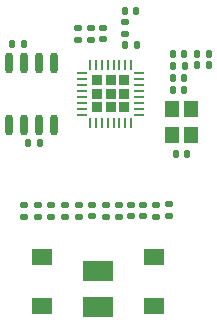
<source format=gbr>
%TF.GenerationSoftware,KiCad,Pcbnew,(6.0.0)*%
%TF.CreationDate,2022-02-12T21:43:18+08:00*%
%TF.ProjectId,esp8266,65737038-3236-4362-9e6b-696361645f70,rev?*%
%TF.SameCoordinates,Original*%
%TF.FileFunction,Paste,Top*%
%TF.FilePolarity,Positive*%
%FSLAX46Y46*%
G04 Gerber Fmt 4.6, Leading zero omitted, Abs format (unit mm)*
G04 Created by KiCad (PCBNEW (6.0.0)) date 2022-02-12 21:43:18*
%MOMM*%
%LPD*%
G01*
G04 APERTURE LIST*
G04 Aperture macros list*
%AMRoundRect*
0 Rectangle with rounded corners*
0 $1 Rounding radius*
0 $2 $3 $4 $5 $6 $7 $8 $9 X,Y pos of 4 corners*
0 Add a 4 corners polygon primitive as box body*
4,1,4,$2,$3,$4,$5,$6,$7,$8,$9,$2,$3,0*
0 Add four circle primitives for the rounded corners*
1,1,$1+$1,$2,$3*
1,1,$1+$1,$4,$5*
1,1,$1+$1,$6,$7*
1,1,$1+$1,$8,$9*
0 Add four rect primitives between the rounded corners*
20,1,$1+$1,$2,$3,$4,$5,0*
20,1,$1+$1,$4,$5,$6,$7,0*
20,1,$1+$1,$6,$7,$8,$9,0*
20,1,$1+$1,$8,$9,$2,$3,0*%
G04 Aperture macros list end*
%ADD10RoundRect,0.135000X-0.185000X0.135000X-0.185000X-0.135000X0.185000X-0.135000X0.185000X0.135000X0*%
%ADD11RoundRect,0.147500X-0.147500X-0.172500X0.147500X-0.172500X0.147500X0.172500X-0.147500X0.172500X0*%
%ADD12RoundRect,0.147500X-0.172500X0.147500X-0.172500X-0.147500X0.172500X-0.147500X0.172500X0.147500X0*%
%ADD13RoundRect,0.232500X-0.232500X0.232500X-0.232500X-0.232500X0.232500X-0.232500X0.232500X0.232500X0*%
%ADD14RoundRect,0.062500X-0.062500X0.375000X-0.062500X-0.375000X0.062500X-0.375000X0.062500X0.375000X0*%
%ADD15RoundRect,0.062500X-0.375000X0.062500X-0.375000X-0.062500X0.375000X-0.062500X0.375000X0.062500X0*%
%ADD16RoundRect,0.140000X-0.170000X0.140000X-0.170000X-0.140000X0.170000X-0.140000X0.170000X0.140000X0*%
%ADD17RoundRect,0.140000X0.140000X0.170000X-0.140000X0.170000X-0.140000X-0.170000X0.140000X-0.170000X0*%
%ADD18RoundRect,0.135000X-0.135000X-0.185000X0.135000X-0.185000X0.135000X0.185000X-0.135000X0.185000X0*%
%ADD19RoundRect,0.135000X0.135000X0.185000X-0.135000X0.185000X-0.135000X-0.185000X0.135000X-0.185000X0*%
%ADD20R,1.800000X1.350000*%
%ADD21R,2.600000X1.800000*%
%ADD22O,0.700000X1.800000*%
%ADD23RoundRect,0.140000X-0.140000X-0.170000X0.140000X-0.170000X0.140000X0.170000X-0.140000X0.170000X0*%
%ADD24RoundRect,0.135000X0.185000X-0.135000X0.185000X0.135000X-0.185000X0.135000X-0.185000X-0.135000X0*%
%ADD25R,1.150000X1.400000*%
G04 APERTURE END LIST*
D10*
%TO.C,R9*%
X136608000Y-128733000D03*
X136608000Y-129753000D03*
%TD*%
D11*
%TO.C,L1*%
X132887000Y-115250000D03*
X133857000Y-115250000D03*
%TD*%
D10*
%TO.C,R8*%
X131246501Y-128745207D03*
X131246501Y-129765207D03*
%TD*%
D12*
%TO.C,D2*%
X134421610Y-128778000D03*
X134421610Y-129748000D03*
%TD*%
D13*
%TO.C,U1*%
X130492000Y-119380000D03*
X131642000Y-119380000D03*
X130492000Y-118230000D03*
X131642000Y-118230000D03*
X132792000Y-118230000D03*
X132792000Y-119380000D03*
X130492000Y-120530000D03*
X131642000Y-120530000D03*
X132792000Y-120530000D03*
D14*
X133392000Y-116942500D03*
X132892000Y-116942500D03*
X132392000Y-116942500D03*
X131892000Y-116942500D03*
X131392000Y-116942500D03*
X130892000Y-116942500D03*
X130392000Y-116942500D03*
X129892000Y-116942500D03*
D15*
X129204500Y-117630000D03*
X129204500Y-118130000D03*
X129204500Y-118630000D03*
X129204500Y-119130000D03*
X129204500Y-119630000D03*
X129204500Y-120130000D03*
X129204500Y-120630000D03*
X129204500Y-121130000D03*
D14*
X129892000Y-121817500D03*
X130392000Y-121817500D03*
X130892000Y-121817500D03*
X131392000Y-121817500D03*
X131892000Y-121817500D03*
X132392000Y-121817500D03*
X132892000Y-121817500D03*
X133392000Y-121817500D03*
D15*
X134079500Y-121130000D03*
X134079500Y-120630000D03*
X134079500Y-120130000D03*
X134079500Y-119630000D03*
X134079500Y-119130000D03*
X134079500Y-118630000D03*
X134079500Y-118130000D03*
X134079500Y-117630000D03*
%TD*%
D10*
%TO.C,R5*%
X135493220Y-128753000D03*
X135493220Y-129773000D03*
%TD*%
D16*
%TO.C,C2*%
X131016006Y-113800000D03*
X131016006Y-114760000D03*
%TD*%
D17*
%TO.C,C7*%
X139932000Y-115965000D03*
X138972000Y-115965000D03*
%TD*%
D18*
%TO.C,R11*%
X138922000Y-116970000D03*
X139942000Y-116970000D03*
%TD*%
D19*
%TO.C,R14*%
X125699000Y-123500000D03*
X124679000Y-123500000D03*
%TD*%
D20*
%TO.C,SW2*%
X125791000Y-133152500D03*
X125791000Y-137302500D03*
%TD*%
D19*
%TO.C,R13*%
X124275000Y-115150000D03*
X123255000Y-115150000D03*
%TD*%
D17*
%TO.C,C3*%
X137882000Y-118000000D03*
X136922000Y-118000000D03*
%TD*%
D19*
%TO.C,R3*%
X137932000Y-116995000D03*
X136912000Y-116995000D03*
%TD*%
D21*
%TO.C,C1*%
X130556000Y-134390000D03*
X130556000Y-137390000D03*
%TD*%
D17*
%TO.C,C9*%
X137894358Y-119055837D03*
X136934358Y-119055837D03*
%TD*%
D22*
%TO.C,U2*%
X123065000Y-121980000D03*
X124335000Y-121980000D03*
X125605000Y-121980000D03*
X126875000Y-121980000D03*
X126875000Y-116780000D03*
X125605000Y-116780000D03*
X124335000Y-116780000D03*
X123065000Y-116780000D03*
%TD*%
D12*
%TO.C,D3*%
X133350000Y-128778000D03*
X133350000Y-129748000D03*
%TD*%
D23*
%TO.C,C8*%
X137190000Y-124460000D03*
X138150000Y-124460000D03*
%TD*%
D12*
%TO.C,D1*%
X130089724Y-128770207D03*
X130089724Y-129740207D03*
%TD*%
D10*
%TO.C,R4*%
X125462616Y-128745207D03*
X125462616Y-129765207D03*
%TD*%
%TO.C,R15*%
X128896006Y-113790000D03*
X128896006Y-114810000D03*
%TD*%
D16*
%TO.C,C5*%
X132901030Y-113325654D03*
X132901030Y-114285654D03*
%TD*%
D20*
%TO.C,SW1*%
X135321000Y-133152500D03*
X135321000Y-137302500D03*
%TD*%
D17*
%TO.C,C4*%
X137882000Y-115990000D03*
X136922000Y-115990000D03*
%TD*%
D10*
%TO.C,R10*%
X127776170Y-128745207D03*
X127776170Y-129765207D03*
%TD*%
D17*
%TO.C,C6*%
X133812687Y-112368194D03*
X132852687Y-112368194D03*
%TD*%
D10*
%TO.C,R12*%
X124305839Y-128745207D03*
X124305839Y-129765207D03*
%TD*%
%TO.C,R2*%
X128932947Y-128745207D03*
X128932947Y-129765207D03*
%TD*%
%TO.C,R6*%
X132320000Y-128753000D03*
X132320000Y-129773000D03*
%TD*%
%TO.C,R1*%
X126619393Y-128745207D03*
X126619393Y-129765207D03*
%TD*%
D24*
%TO.C,R7*%
X129961006Y-114810000D03*
X129961006Y-113790000D03*
%TD*%
D25*
%TO.C,Y1*%
X136871152Y-120649257D03*
X136871152Y-122849257D03*
X138471152Y-122849257D03*
X138471152Y-120649257D03*
%TD*%
M02*

</source>
